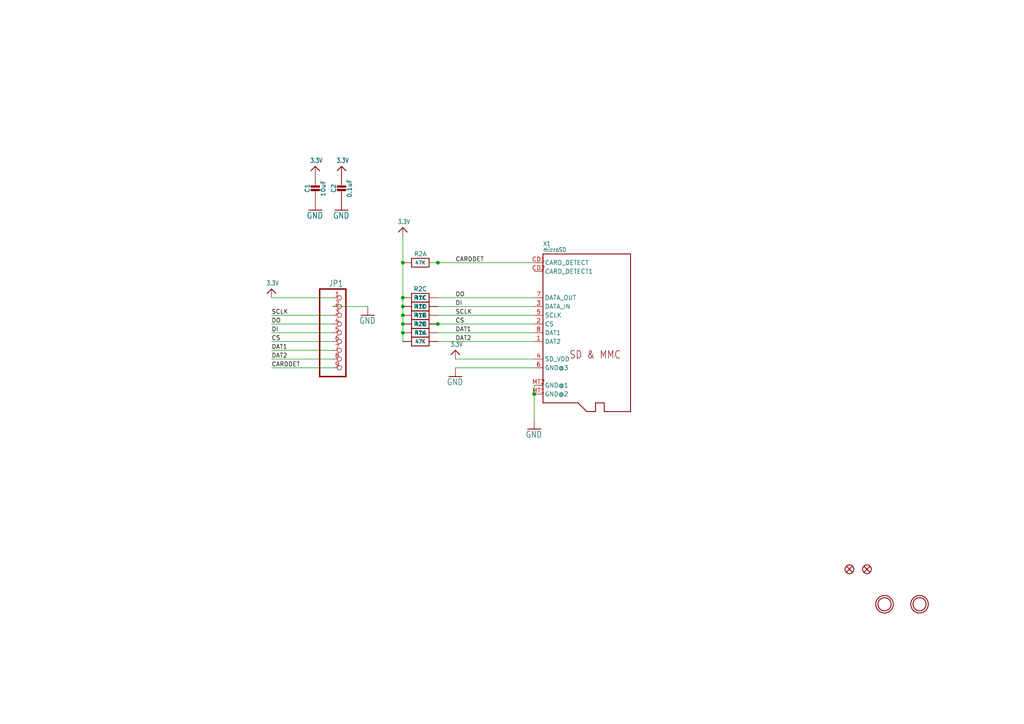
<source format=kicad_sch>
(kicad_sch (version 20230121) (generator eeschema)
  (paper "A4")
  (lib_symbols
    (symbol "ADAFRUIT MICROSD EXAMPLE FOR KICAD-eagle-import:3.3V" (power)
      (property "Value" "3.3V" (at -1.524 1.016 0))
      (symbol "3.3V_1_0"
        (polyline (pts (xy -1.27 -1.27) (xy 0 0)) (stroke (width 0.254)))
        (polyline (pts (xy 0 0) (xy 1.27 -1.27)) (stroke (width 0.254)))
        (pin power_in line (at 0 -2.54 90) (length 2.54) (name "3.3V") (number "1"))
      )
    )
    (symbol "ADAFRUIT MICROSD EXAMPLE FOR KICAD-eagle-import:CAP_CERAMIC0603_NO"
      (property "Reference" "C" (at -2.29 1.25 90))
      (symbol "CAP_CERAMIC0603_NO_1_0"
        (rectangle (start -1.27 0.508) (end 1.27 1.016) (fill (type outline)))
        (rectangle (start -1.27 1.524) (end 1.27 2.032) (fill (type outline)))
        (polyline (pts (xy 0 0.762) (xy 0 0)) (stroke (width 0.1524)))
        (polyline (pts (xy 0 2.54) (xy 0 1.778)) (stroke (width 0.1524)))
        (pin passive line (at 0 5.08 270) (length 2.54) (name "1") (number "1"))
        (pin passive line (at 0 -2.54 90) (length 2.54) (name "2") (number "2"))
      )
    )
    (symbol "ADAFRUIT MICROSD EXAMPLE FOR KICAD-eagle-import:CAP_CERAMIC0805-NOOUTLINE"
      (property "Reference" "C" (at -2.29 1.25 90))
      (symbol "CAP_CERAMIC0805-NOOUTLINE_1_0"
        (rectangle (start -1.27 0.508) (end 1.27 1.016) (fill (type outline)))
        (rectangle (start -1.27 1.524) (end 1.27 2.032) (fill (type outline)))
        (polyline (pts (xy 0 0.762) (xy 0 0)) (stroke (width 0.1524)))
        (polyline (pts (xy 0 2.54) (xy 0 1.778)) (stroke (width 0.1524)))
        (pin passive line (at 0 5.08 270) (length 2.54) (name "1") (number "1"))
        (pin passive line (at 0 -2.54 90) (length 2.54) (name "2") (number "2"))
      )
    )
    (symbol "ADAFRUIT MICROSD EXAMPLE FOR KICAD-eagle-import:FIDUCIAL{dblquote}{dblquote}"
      (symbol "FIDUCIAL{dblquote}{dblquote}_1_0"
        (polyline (pts (xy -0.762 0.762) (xy 0.762 -0.762)) (stroke (width 0.254)))
        (polyline (pts (xy 0.762 0.762) (xy -0.762 -0.762)) (stroke (width 0.254)))
        (circle (center 0 0) (radius 1.27) (stroke (width 0.254)))
      )
    )
    (symbol "ADAFRUIT MICROSD EXAMPLE FOR KICAD-eagle-import:GND" (power)
      (property "Value" "GND" (at -2.54 -2.54 0))
      (symbol "GND_1_0"
        (polyline (pts (xy -1.905 0) (xy 1.905 0)) (stroke (width 0.254)))
        (pin power_in line (at 0 2.54 270) (length 2.54) (name "GND") (number "1"))
      )
    )
    (symbol "ADAFRUIT MICROSD EXAMPLE FOR KICAD-eagle-import:HEADER-1X970MIL"
      (property "Reference" "JP" (at -6.35 13.335 0))
      (symbol "HEADER-1X970MIL_1_0"
        (polyline (pts (xy -6.35 -12.7) (xy 1.27 -12.7)) (stroke (width 0.4064)))
        (polyline (pts (xy -6.35 12.7) (xy -6.35 -12.7)) (stroke (width 0.4064)))
        (polyline (pts (xy 1.27 -12.7) (xy 1.27 12.7)) (stroke (width 0.4064)))
        (polyline (pts (xy 1.27 12.7) (xy -6.35 12.7)) (stroke (width 0.4064)))
        (pin passive inverted (at -2.54 10.16 0) (length 2.54) (name "1") (number "1"))
        (pin passive inverted (at -2.54 7.62 0) (length 2.54) (name "2") (number "2"))
        (pin passive inverted (at -2.54 5.08 0) (length 2.54) (name "3") (number "3"))
        (pin passive inverted (at -2.54 2.54 0) (length 2.54) (name "4") (number "4"))
        (pin passive inverted (at -2.54 0 0) (length 2.54) (name "5") (number "5"))
        (pin passive inverted (at -2.54 -2.54 0) (length 2.54) (name "6") (number "6"))
        (pin passive inverted (at -2.54 -5.08 0) (length 2.54) (name "7") (number "7"))
        (pin passive inverted (at -2.54 -7.62 0) (length 2.54) (name "8") (number "8"))
        (pin passive inverted (at -2.54 -10.16 0) (length 2.54) (name "9") (number "9"))
      )
    )
    (symbol "ADAFRUIT MICROSD EXAMPLE FOR KICAD-eagle-import:MICROSD"
      (property "Reference" "X" (at -12.7 22.606 0))
      (symbol "MICROSD_1_0"
        (polyline (pts (xy -12.7 -22.86) (xy -2.54 -22.86)) (stroke (width 0.254)))
        (polyline (pts (xy -12.7 20.32) (xy -12.7 -22.86)) (stroke (width 0.254)))
        (polyline (pts (xy -2.54 -22.86) (xy 0 -25.4)) (stroke (width 0.254)))
        (polyline (pts (xy 0 -25.4) (xy 2.54 -25.4)) (stroke (width 0.254)))
        (polyline (pts (xy 2.54 -25.4) (xy 2.54 -22.86)) (stroke (width 0.254)))
        (polyline (pts (xy 2.54 -22.86) (xy 5.08 -22.86)) (stroke (width 0.254)))
        (polyline (pts (xy 5.08 -25.4) (xy 12.7 -25.4)) (stroke (width 0.254)))
        (polyline (pts (xy 5.08 -22.86) (xy 5.08 -25.4)) (stroke (width 0.254)))
        (polyline (pts (xy 12.7 -25.4) (xy 12.7 20.32)) (stroke (width 0.254)))
        (polyline (pts (xy 12.7 20.32) (xy -12.7 20.32)) (stroke (width 0.254)))
        (text "SD & MMC" (at -5.08 -10.16 0) (effects (font (size 2.1844 1.8567)) (justify left bottom)))
        (pin bidirectional line (at -15.24 -5.08 0) (length 2.54) (name "DAT2") (number "1"))
        (pin input line (at -15.24 0 0) (length 2.54) (name "CS") (number "2"))
        (pin input line (at -15.24 5.08 0) (length 2.54) (name "DATA_IN") (number "3"))
        (pin power_in line (at -15.24 -10.16 0) (length 2.54) (name "SD_VDD") (number "4"))
        (pin input line (at -15.24 2.54 0) (length 2.54) (name "SCLK") (number "5"))
        (pin power_in line (at -15.24 -12.7 0) (length 2.54) (name "GND@3") (number "6"))
        (pin output line (at -15.24 7.62 0) (length 2.54) (name "DATA_OUT") (number "7"))
        (pin bidirectional line (at -15.24 -2.54 0) (length 2.54) (name "DAT1") (number "8"))
        (pin passive line (at -15.24 17.78 0) (length 2.54) (name "CARD_DETECT") (number "CD1"))
        (pin passive line (at -15.24 15.24 0) (length 2.54) (name "CARD_DETECT1") (number "CD2"))
        (pin power_in line (at -15.24 -20.32 0) (length 2.54) (name "GND@2") (number "MT1"))
        (pin power_in line (at -15.24 -17.78 0) (length 2.54) (name "GND@1") (number "MT2"))
      )
    )
    (symbol "ADAFRUIT MICROSD EXAMPLE FOR KICAD-eagle-import:MOUNTINGHOLE2.5"
      (symbol "MOUNTINGHOLE2.5_1_0"
        (circle (center 0 0) (radius 1.905) (stroke (width 0.254)))
        (circle (center 0 0) (radius 2.54) (stroke (width 0.254)))
      )
    )
    (symbol "ADAFRUIT MICROSD EXAMPLE FOR KICAD-eagle-import:RESISTOR_4PACK"
      (property "Reference" "R" (at 0 2.54 0))
      (symbol "RESISTOR_4PACK_1_0"
        (polyline (pts (xy -2.54 -1.27) (xy -2.54 1.27)) (stroke (width 0.254)))
        (polyline (pts (xy -2.54 1.27) (xy 2.54 1.27)) (stroke (width 0.254)))
        (polyline (pts (xy 2.54 -1.27) (xy -2.54 -1.27)) (stroke (width 0.254)))
        (polyline (pts (xy 2.54 1.27) (xy 2.54 -1.27)) (stroke (width 0.254)))
        (pin passive line (at -5.08 0 0) (length 2.54) (name "1") (number "1"))
        (pin passive line (at 5.08 0 180) (length 2.54) (name "2") (number "8"))
      )
      (symbol "RESISTOR_4PACK_2_0"
        (polyline (pts (xy -2.54 -1.27) (xy -2.54 1.27)) (stroke (width 0.254)))
        (polyline (pts (xy -2.54 1.27) (xy 2.54 1.27)) (stroke (width 0.254)))
        (polyline (pts (xy 2.54 -1.27) (xy -2.54 -1.27)) (stroke (width 0.254)))
        (polyline (pts (xy 2.54 1.27) (xy 2.54 -1.27)) (stroke (width 0.254)))
        (pin passive line (at -5.08 0 0) (length 2.54) (name "1") (number "2"))
        (pin passive line (at 5.08 0 180) (length 2.54) (name "2") (number "7"))
      )
      (symbol "RESISTOR_4PACK_3_0"
        (polyline (pts (xy -2.54 -1.27) (xy -2.54 1.27)) (stroke (width 0.254)))
        (polyline (pts (xy -2.54 1.27) (xy 2.54 1.27)) (stroke (width 0.254)))
        (polyline (pts (xy 2.54 -1.27) (xy -2.54 -1.27)) (stroke (width 0.254)))
        (polyline (pts (xy 2.54 1.27) (xy 2.54 -1.27)) (stroke (width 0.254)))
        (pin passive line (at -5.08 0 0) (length 2.54) (name "1") (number "3"))
        (pin passive line (at 5.08 0 180) (length 2.54) (name "2") (number "6"))
      )
      (symbol "RESISTOR_4PACK_4_0"
        (polyline (pts (xy -2.54 -1.27) (xy -2.54 1.27)) (stroke (width 0.254)))
        (polyline (pts (xy -2.54 1.27) (xy 2.54 1.27)) (stroke (width 0.254)))
        (polyline (pts (xy 2.54 -1.27) (xy -2.54 -1.27)) (stroke (width 0.254)))
        (polyline (pts (xy 2.54 1.27) (xy 2.54 -1.27)) (stroke (width 0.254)))
        (pin passive line (at -5.08 0 0) (length 2.54) (name "1") (number "4"))
        (pin passive line (at 5.08 0 180) (length 2.54) (name "2") (number "5"))
      )
    )
  )
  (junction (at 127 76.2))
  (junction (at 116.84 76.2))
  (junction (at 116.84 96.52))
  (junction (at 127 93.98))
  (junction (at 116.84 86.36))
  (junction (at 116.84 88.9))
  (junction (at 154.94 114.3))
  (junction (at 116.84 91.44))
  (junction (at 116.84 93.98))
  (wire (pts (xy 78.74 104.14) (xy 96.52 104.14)) (stroke (width 0.1524)))
  (wire (pts (xy 154.94 91.44) (xy 127 91.44)) (stroke (width 0.1524)))
  (wire (pts (xy 96.52 96.52) (xy 78.74 96.52)) (stroke (width 0.1524)))
  (wire (pts (xy 127 99.06) (xy 154.94 99.06)) (stroke (width 0.1524)))
  (wire (pts (xy 78.74 93.98) (xy 96.52 93.98)) (stroke (width 0.1524)))
  (wire (pts (xy 116.84 93.98) (xy 116.84 91.44)) (stroke (width 0.1524)))
  (wire (pts (xy 116.84 99.06) (xy 116.84 96.52)) (stroke (width 0.1524)))
  (wire (pts (xy 127 93.98) (xy 154.94 93.98)) (stroke (width 0.1524)))
  (wire (pts (xy 78.74 101.6) (xy 96.52 101.6)) (stroke (width 0.1524)))
  (wire (pts (xy 116.84 88.9) (xy 116.84 86.36)) (stroke (width 0.1524)))
  (wire (pts (xy 154.94 106.68) (xy 132.08 106.68)) (stroke (width 0.1524)))
  (wire (pts (xy 116.84 91.44) (xy 116.84 88.9)) (stroke (width 0.1524)))
  (wire (pts (xy 124.46 93.98) (xy 127 93.98)) (stroke (width 0.1524)))
  (wire (pts (xy 127 96.52) (xy 154.94 96.52)) (stroke (width 0.1524)))
  (wire (pts (xy 96.52 91.44) (xy 78.74 91.44)) (stroke (width 0.1524)))
  (wire (pts (xy 154.94 114.3) (xy 154.94 121.92)) (stroke (width 0.1524)))
  (wire (pts (xy 78.74 106.68) (xy 96.52 106.68)) (stroke (width 0.1524)))
  (wire (pts (xy 78.74 86.36) (xy 96.52 86.36)) (stroke (width 0.1524)))
  (wire (pts (xy 78.74 99.06) (xy 96.52 99.06)) (stroke (width 0.1524)))
  (wire (pts (xy 154.94 104.14) (xy 132.08 104.14)) (stroke (width 0.1524)))
  (wire (pts (xy 116.84 96.52) (xy 116.84 93.98)) (stroke (width 0.1524)))
  (wire (pts (xy 116.84 86.36) (xy 116.84 76.2)) (stroke (width 0.1524)))
  (wire (pts (xy 106.68 88.9) (xy 96.52 88.9)) (stroke (width 0.1524)))
  (wire (pts (xy 154.94 86.36) (xy 127 86.36)) (stroke (width 0.1524)))
  (wire (pts (xy 127 88.9) (xy 154.94 88.9)) (stroke (width 0.1524)))
  (wire (pts (xy 154.94 76.2) (xy 127 76.2)) (stroke (width 0.1524)))
  (wire (pts (xy 154.94 111.76) (xy 154.94 114.3)) (stroke (width 0.1524)))
  (wire (pts (xy 116.84 76.2) (xy 116.84 68.58)) (stroke (width 0.1524)))
  (wire (pts (xy 127 76.2) (xy 124.46 76.2)) (stroke (width 0.1524)))
  (label "CARDDET" (at 78.74 106.68 0) (effects (font (size 1.2446 1.2446))))
  (label "DAT1" (at 78.74 101.6 0) (effects (font (size 1.2446 1.2446))))
  (label "DO" (at 78.74 93.98 0) (effects (font (size 1.2446 1.2446))))
  (label "DI" (at 132.08 88.9 0) (effects (font (size 1.2446 1.2446))))
  (label "DO" (at 132.08 86.36 0) (effects (font (size 1.2446 1.2446))))
  (label "CS" (at 132.08 93.98 0) (effects (font (size 1.2446 1.2446))))
  (label "DAT2" (at 132.08 99.06 0) (effects (font (size 1.2446 1.2446))))
  (label "SCLK" (at 132.08 91.44 0) (effects (font (size 1.2446 1.2446))))
  (label "CS" (at 78.74 99.06 0) (effects (font (size 1.2446 1.2446))))
  (label "DAT1" (at 132.08 96.52 0) (effects (font (size 1.2446 1.2446))))
  (label "SCLK" (at 78.74 91.44 0) (effects (font (size 1.2446 1.2446))))
  (label "DI" (at 78.74 96.52 0) (effects (font (size 1.2446 1.2446))))
  (label "CARDDET" (at 132.08 76.2 0) (effects (font (size 1.2446 1.2446))))
  (label "DAT2" (at 78.74 104.14 0) (effects (font (size 1.2446 1.2446))))
  (symbol (lib_id "ADAFRUIT MICROSD EXAMPLE FOR KICAD-eagle-import:RESISTOR_4PACK") (at 121.92 88.9 0) (unit 3)
    (property "Reference" "R1" (at 121.92 86.36 0))
    (property "Value" "47K" (at 121.92 88.9 0) (effects (font (size 1.016 1.016) bold)))
    (property "Footprint" "ADAFRUIT MICROSD EXAMPLE FOR KICAD:RESPACK_4X0603" (effects hide))
  )
  (symbol (lib_id "ADAFRUIT MICROSD EXAMPLE FOR KICAD-eagle-import:3.3V") (at 91.44 48.26 0) (unit 1)
    (property "Reference" "#U$9" (effects hide))
    (property "Value" "3.3V" (at 89.916 47.244 0) (effects (font (size 1.27 1.0795)) (justify left bottom)))
  )
  (symbol (lib_id "ADAFRUIT MICROSD EXAMPLE FOR KICAD-eagle-import:GND") (at 154.94 124.46 0) (unit 1)
    (property "Reference" "#GND1" (effects hide))
    (property "Value" "GND" (at 152.4 127 0) (effects (font (size 1.778 1.5113)) (justify left bottom)))
  )
  (symbol (lib_id "ADAFRUIT MICROSD EXAMPLE FOR KICAD-eagle-import:RESISTOR_4PACK") (at 121.92 99.06 0) (unit 1)
    (property "Reference" "R1" (at 121.92 96.52 0))
    (property "Value" "47K" (at 121.92 99.06 0) (effects (font (size 1.016 1.016) bold)))
    (property "Footprint" "ADAFRUIT MICROSD EXAMPLE FOR KICAD:RESPACK_4X0603" (effects hide))
  )
  (symbol (lib_id "ADAFRUIT MICROSD EXAMPLE FOR KICAD-eagle-import:FIDUCIAL{dblquote}{dblquote}") (at 251.46 165.1 0) (unit 1)
    (property "Reference" "FID2" (effects hide))
    (property "Value" "FIDUCIAL{dblquote}{dblquote}" (effects hide))
    (property "Footprint" "ADAFRUIT MICROSD EXAMPLE FOR KICAD:FIDUCIAL_1MM" (effects hide))
  )
  (symbol (lib_id "ADAFRUIT MICROSD EXAMPLE FOR KICAD-eagle-import:3.3V") (at 78.74 83.82 0) (unit 1)
    (property "Reference" "#U$6" (effects hide))
    (property "Value" "3.3V" (at 77.216 82.804 0) (effects (font (size 1.27 1.0795)) (justify left bottom)))
  )
  (symbol (lib_id "ADAFRUIT MICROSD EXAMPLE FOR KICAD-eagle-import:GND") (at 99.06 60.96 0) (unit 1)
    (property "Reference" "#GND6" (effects hide))
    (property "Value" "GND" (at 96.52 63.5 0) (effects (font (size 1.778 1.5113)) (justify left bottom)))
  )
  (symbol (lib_id "ADAFRUIT MICROSD EXAMPLE FOR KICAD-eagle-import:RESISTOR_4PACK") (at 121.92 96.52 0) (unit 2)
    (property "Reference" "R2" (at 121.92 93.98 0))
    (property "Value" "47K" (at 121.92 96.52 0) (effects (font (size 1.016 1.016) bold)))
    (property "Footprint" "ADAFRUIT MICROSD EXAMPLE FOR KICAD:RESPACK_4X0603" (effects hide))
  )
  (symbol (lib_id "ADAFRUIT MICROSD EXAMPLE FOR KICAD-eagle-import:MOUNTINGHOLE2.5") (at 256.54 175.26 0) (unit 1)
    (property "Reference" "U$1" (effects hide))
    (property "Value" "MOUNTINGHOLE2.5" (effects hide))
    (property "Footprint" "ADAFRUIT MICROSD EXAMPLE FOR KICAD:MOUNTINGHOLE_2.5_PLATED" (effects hide))
  )
  (symbol (lib_id "ADAFRUIT MICROSD EXAMPLE FOR KICAD-eagle-import:3.3V") (at 132.08 101.6 0) (unit 1)
    (property "Reference" "#U$5" (effects hide))
    (property "Value" "3.3V" (at 130.556 100.584 0) (effects (font (size 1.27 1.0795)) (justify left bottom)))
  )
  (symbol (lib_id "ADAFRUIT MICROSD EXAMPLE FOR KICAD-eagle-import:MOUNTINGHOLE2.5") (at 266.7 175.26 0) (unit 1)
    (property "Reference" "U$2" (effects hide))
    (property "Value" "MOUNTINGHOLE2.5" (effects hide))
    (property "Footprint" "ADAFRUIT MICROSD EXAMPLE FOR KICAD:MOUNTINGHOLE_2.5_PLATED" (effects hide))
  )
  (symbol (lib_id "ADAFRUIT MICROSD EXAMPLE FOR KICAD-eagle-import:HEADER-1X970MIL") (at 99.06 96.52 0) (unit 1)
    (property "Reference" "JP1" (at 95.25 83.185 0) (effects (font (size 1.778 1.5113)) (justify left bottom)))
    (property "Value" "HEADER-1X970MIL" (effects hide))
    (property "Footprint" "ADAFRUIT MICROSD EXAMPLE FOR KICAD:1X09_ROUND_70" (effects hide))
  )
  (symbol (lib_id "ADAFRUIT MICROSD EXAMPLE FOR KICAD-eagle-import:GND") (at 132.08 109.22 0) (unit 1)
    (property "Reference" "#GND2" (effects hide))
    (property "Value" "GND" (at 129.54 111.76 0) (effects (font (size 1.778 1.5113)) (justify left bottom)))
  )
  (symbol (lib_id "ADAFRUIT MICROSD EXAMPLE FOR KICAD-eagle-import:CAP_CERAMIC0603_NO") (at 99.06 55.88 0) (unit 1)
    (property "Reference" "C2" (at 96.77 54.63 90))
    (property "Value" "0.1uF" (at 101.36 54.63 90))
    (property "Footprint" "ADAFRUIT MICROSD EXAMPLE FOR KICAD:0603-NO" (effects hide))
  )
  (symbol (lib_id "ADAFRUIT MICROSD EXAMPLE FOR KICAD-eagle-import:RESISTOR_4PACK") (at 121.92 93.98 0) (unit 2)
    (property "Reference" "R1" (at 121.92 91.44 0))
    (property "Value" "47K" (at 121.92 93.98 0) (effects (font (size 1.016 1.016) bold)))
    (property "Footprint" "ADAFRUIT MICROSD EXAMPLE FOR KICAD:RESPACK_4X0603" (effects hide))
  )
  (symbol (lib_id "ADAFRUIT MICROSD EXAMPLE FOR KICAD-eagle-import:GND") (at 106.68 91.44 0) (unit 1)
    (property "Reference" "#GND4" (effects hide))
    (property "Value" "GND" (at 104.14 93.98 0) (effects (font (size 1.778 1.5113)) (justify left bottom)))
  )
  (symbol (lib_id "ADAFRUIT MICROSD EXAMPLE FOR KICAD-eagle-import:3.3V") (at 116.84 66.04 0) (unit 1)
    (property "Reference" "#U$8" (effects hide))
    (property "Value" "3.3V" (at 115.316 65.024 0) (effects (font (size 1.27 1.0795)) (justify left bottom)))
  )
  (symbol (lib_id "ADAFRUIT MICROSD EXAMPLE FOR KICAD-eagle-import:RESISTOR_4PACK") (at 121.92 86.36 0) (unit 3)
    (property "Reference" "R2" (at 121.92 83.82 0))
    (property "Value" "47K" (at 121.92 86.36 0) (effects (font (size 1.016 1.016) bold)))
    (property "Footprint" "ADAFRUIT MICROSD EXAMPLE FOR KICAD:RESPACK_4X0603" (effects hide))
  )
  (symbol (lib_id "ADAFRUIT MICROSD EXAMPLE FOR KICAD-eagle-import:GND") (at 91.44 60.96 0) (unit 1)
    (property "Reference" "#GND5" (effects hide))
    (property "Value" "GND" (at 88.9 63.5 0) (effects (font (size 1.778 1.5113)) (justify left bottom)))
  )
  (symbol (lib_id "ADAFRUIT MICROSD EXAMPLE FOR KICAD-eagle-import:RESISTOR_4PACK") (at 121.92 76.2 0) (unit 1)
    (property "Reference" "R2" (at 121.92 73.66 0))
    (property "Value" "47K" (at 121.92 76.2 0) (effects (font (size 1.016 1.016) bold)))
    (property "Footprint" "ADAFRUIT MICROSD EXAMPLE FOR KICAD:RESPACK_4X0603" (effects hide))
  )
  (symbol (lib_id "ADAFRUIT MICROSD EXAMPLE FOR KICAD-eagle-import:MICROSD") (at 170.18 93.98 0) (unit 1)
    (property "Reference" "X1" (at 157.48 71.374 0) (effects (font (size 1.27 1.0795)) (justify left bottom)))
    (property "Value" "microSD" (at 157.48 73.152 0) (effects (font (size 1.27 1.0795)) (justify left bottom)))
    (property "Footprint" "ADAFRUIT MICROSD EXAMPLE FOR KICAD:MICROSD" (effects hide))
  )
  (symbol (lib_id "ADAFRUIT MICROSD EXAMPLE FOR KICAD-eagle-import:RESISTOR_4PACK") (at 121.92 91.44 0) (unit 4)
    (property "Reference" "R1" (at 121.92 88.9 0))
    (property "Value" "47K" (at 121.92 91.44 0) (effects (font (size 1.016 1.016) bold)))
    (property "Footprint" "ADAFRUIT MICROSD EXAMPLE FOR KICAD:RESPACK_4X0603" (effects hide))
  )
  (symbol (lib_id "ADAFRUIT MICROSD EXAMPLE FOR KICAD-eagle-import:3.3V") (at 99.06 48.26 0) (unit 1)
    (property "Reference" "#U$10" (effects hide))
    (property "Value" "3.3V" (at 97.536 47.244 0) (effects (font (size 1.27 1.0795)) (justify left bottom)))
  )
  (symbol (lib_id "ADAFRUIT MICROSD EXAMPLE FOR KICAD-eagle-import:FIDUCIAL{dblquote}{dblquote}") (at 246.38 165.1 0) (unit 1)
    (property "Reference" "FID1" (effects hide))
    (property "Value" "FIDUCIAL{dblquote}{dblquote}" (effects hide))
    (property "Footprint" "ADAFRUIT MICROSD EXAMPLE FOR KICAD:FIDUCIAL_1MM" (effects hide))
  )
  (symbol (lib_id "ADAFRUIT MICROSD EXAMPLE FOR KICAD-eagle-import:CAP_CERAMIC0805-NOOUTLINE") (at 91.44 55.88 0) (unit 1)
    (property "Reference" "C1" (at 89.15 54.63 90))
    (property "Value" "10uF" (at 93.74 54.63 90))
    (property "Footprint" "ADAFRUIT MICROSD EXAMPLE FOR KICAD:0805-NO" (effects hide))
  )
)
</source>
